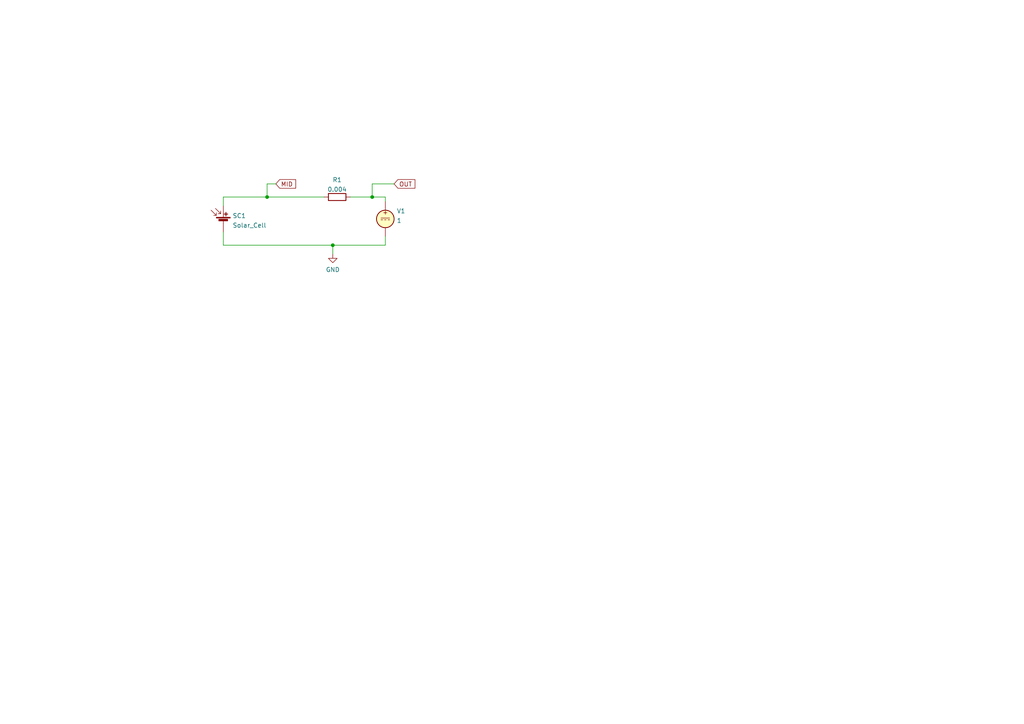
<source format=kicad_sch>
(kicad_sch (version 20210621) (generator eeschema)
  (paper "A4")
  (lib_symbols
    (symbol "Device:R" (pin_numbers hide) (pin_names (offset 0))
      (property "Reference" "R" (at 2.032 0 90))
      (property "Value" "R" (at 0 0 90))
      (symbol "R_0_1"
        (rectangle (start -1.016 -2.54) (end 1.016 2.54) (stroke (width 0.254)))
      )
      (symbol "R_1_1"
        (pin passive line (at 0 3.81 270) (length 1.27) (name "~") (number "1"))
        (pin passive line (at 0 -3.81 90) (length 1.27) (name "~") (number "2"))
      )
    )
    (symbol "Device:Solar_Cell" (pin_numbers hide) (pin_names (offset 0) hide)
      (property "Reference" "SC" (at 2.54 2.54 0))
      (property "Value" "Solar_Cell" (at 2.54 0 0))
      (symbol "Solar_Cell_0_1"
        (rectangle (start -2.032 1.778) (end 2.032 1.524) (fill (type outline)))
        (rectangle (start -1.3208 1.1938) (end 1.27 0.6858) (fill (type outline)))
        (polyline (pts (xy -2.032 2.286) (xy -3.556 3.81)))
        (polyline (pts (xy -0.762 2.794) (xy -2.286 4.318)))
        (polyline (pts (xy 0 0.762) (xy 0 0)))
        (polyline (pts (xy 0 1.778) (xy 0 2.54)))
        (polyline (pts (xy 0.254 2.667) (xy 1.27 2.667)) (stroke (width 0.254)))
        (polyline (pts (xy 0.762 3.175) (xy 0.762 2.159)) (stroke (width 0.254)))
        (polyline (pts (xy -2.032 3.048) (xy -2.032 2.286) (xy -2.794 2.286)))
        (polyline (pts (xy -0.762 3.556) (xy -0.762 2.794) (xy -1.524 2.794)))
      )
      (symbol "Solar_Cell_1_1"
        (pin passive line (at 0 5.08 270) (length 2.54) (name "+") (number "1"))
        (pin passive line (at 0 -2.54 90) (length 2.54) (name "-") (number "2"))
      )
    )
    (symbol "Simulation_SPICE:VDC" (pin_numbers hide) (pin_names (offset 0.0254))
      (property "Reference" "V" (at 2.54 2.54 0))
      (property "Value" "VDC" (at 2.54 0 0))
      (property "Spice_Model" "dc(1)" (at 2.54 -2.54 0))
      (symbol "VDC_0_0"
        (text "+" (at 0 1.905 0) (effects (font (size 1.27 1.27))))
        (polyline (pts (xy -1.27 0.254) (xy 1.27 0.254)))
        (polyline (pts (xy -0.762 -0.254) (xy -1.27 -0.254)))
        (polyline (pts (xy 0.254 -0.254) (xy -0.254 -0.254)))
        (polyline (pts (xy 1.27 -0.254) (xy 0.762 -0.254)))
      )
      (symbol "VDC_0_1"
        (circle (center 0 0) (radius 2.54) (stroke (width 0.254)) (fill (type background)))
      )
      (symbol "VDC_1_1"
        (pin passive line (at 0 5.08 270) (length 2.54) (name "~") (number "1"))
        (pin passive line (at 0 -5.08 90) (length 2.54) (name "~") (number "2"))
      )
    )
    (symbol "power:GND" (power) (pin_names (offset 0))
      (property "Value" "GND" (at 0 -3.81 0))
      (symbol "GND_0_1"
        (polyline (pts (xy 0 0) (xy 0 -1.27) (xy 1.27 -1.27) (xy 0 -2.54) (xy -1.27 -1.27) (xy 0 -1.27)))
      )
      (symbol "GND_1_1"
        (pin power_in line (at 0 0 270) (length 0) hide (name "GND") (number "1"))
      )
    )
  )
  (junction (at 77.47 57.15))
  (junction (at 96.52 71.12))
  (junction (at 107.95 57.15))
  (wire (pts (xy 64.77 57.15) (xy 64.77 59.69)))
  (wire (pts (xy 64.77 57.15) (xy 77.47 57.15)))
  (wire (pts (xy 64.77 67.31) (xy 64.77 71.12)))
  (wire (pts (xy 64.77 71.12) (xy 96.52 71.12)))
  (wire (pts (xy 77.47 53.34) (xy 77.47 57.15)))
  (wire (pts (xy 77.47 57.15) (xy 93.98 57.15)))
  (wire (pts (xy 80.01 53.34) (xy 77.47 53.34)))
  (wire (pts (xy 96.52 71.12) (xy 111.76 71.12)))
  (wire (pts (xy 96.52 73.66) (xy 96.52 71.12)))
  (wire (pts (xy 101.6 57.15) (xy 107.95 57.15)))
  (wire (pts (xy 107.95 53.34) (xy 107.95 57.15)))
  (wire (pts (xy 107.95 57.15) (xy 111.76 57.15)))
  (wire (pts (xy 111.76 57.15) (xy 111.76 58.42)))
  (wire (pts (xy 111.76 68.58) (xy 111.76 71.12)))
  (wire (pts (xy 114.3 53.34) (xy 107.95 53.34)))
  (global_label "MID" (shape input) (at 80.01 53.34 0) (property "Intersheet References" "${INTERSHEET_REFS}" (effects hide)))
  (global_label "OUT" (shape input) (at 114.3 53.34 0) (property "Intersheet References" "${INTERSHEET_REFS}" (effects hide)))
  (symbol (lib_id "power:GND") (at 96.52 73.66 0) (unit 1)
    (property "Reference" "#PWR01" (effects hide))
    (property "Value" "GND" (at 96.52 78.2226 0))
  )
  (symbol (lib_id "Device:R") (at 97.79 57.15 90) (unit 1)
    (property "Reference" "R1" (at 97.79 52.1674 90))
    (property "Value" "0.004" (at 97.79 54.9425 90))
  )
  (symbol (lib_id "Device:Solar_Cell") (at 64.77 64.77 0) (unit 1)
    (property "Reference" "SC1" (at 67.4371 62.5915 0) (effects (justify left)))
    (property "Value" "Solar_Cell" (at 67.4371 65.3666 0) (effects (justify left)))
    (property "Spice_Primitive" "X" (effects hide))
    (property "Spice_Model" "c60_panel14" (effects hide))
    (property "Spice_Netlist_Enabled" "Y" (effects hide))
    (property "Spice_Lib_File" "/home/julien/Projets/Kicad/DefisSolaireV4/librairies/spice/solar_cell.lib" (effects hide))
  )
  (symbol (lib_id "Simulation_SPICE:VDC") (at 111.76 63.5 0) (unit 1)
    (property "Reference" "V1" (at 115.0621 61.2039 0) (effects (justify left)))
    (property "Value" "VDC" (at 115.0621 63.979 0) (effects (justify left)))
    (property "Spice_Netlist_Enabled" "Y" (effects hide))
    (property "Spice_Primitive" "V" (effects hide))
    (property "Spice_Model" "dc(1)" (at 115.0621 66.7541 0) (effects (justify left)))
  )
)
</source>
